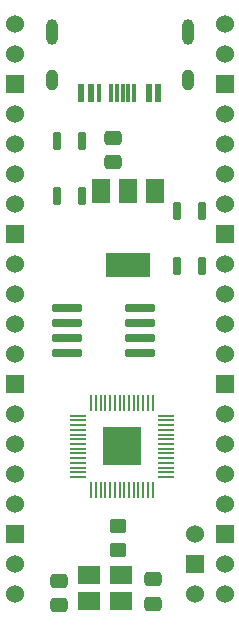
<source format=gts>
%TF.GenerationSoftware,KiCad,Pcbnew,(6.0.4)*%
%TF.CreationDate,2022-11-10T18:02:23+09:00*%
%TF.ProjectId,rp2040-test,72703230-3430-42d7-9465-73742e6b6963,rev?*%
%TF.SameCoordinates,Original*%
%TF.FileFunction,Soldermask,Top*%
%TF.FilePolarity,Negative*%
%FSLAX46Y46*%
G04 Gerber Fmt 4.6, Leading zero omitted, Abs format (unit mm)*
G04 Created by KiCad (PCBNEW (6.0.4)) date 2022-11-10 18:02:23*
%MOMM*%
%LPD*%
G01*
G04 APERTURE LIST*
G04 Aperture macros list*
%AMRoundRect*
0 Rectangle with rounded corners*
0 $1 Rounding radius*
0 $2 $3 $4 $5 $6 $7 $8 $9 X,Y pos of 4 corners*
0 Add a 4 corners polygon primitive as box body*
4,1,4,$2,$3,$4,$5,$6,$7,$8,$9,$2,$3,0*
0 Add four circle primitives for the rounded corners*
1,1,$1+$1,$2,$3*
1,1,$1+$1,$4,$5*
1,1,$1+$1,$6,$7*
1,1,$1+$1,$8,$9*
0 Add four rect primitives between the rounded corners*
20,1,$1+$1,$2,$3,$4,$5,0*
20,1,$1+$1,$4,$5,$6,$7,0*
20,1,$1+$1,$6,$7,$8,$9,0*
20,1,$1+$1,$8,$9,$2,$3,0*%
G04 Aperture macros list end*
%ADD10RoundRect,0.250000X-0.450000X0.350000X-0.450000X-0.350000X0.450000X-0.350000X0.450000X0.350000X0*%
%ADD11RoundRect,0.162500X0.162500X-0.612500X0.162500X0.612500X-0.162500X0.612500X-0.162500X-0.612500X0*%
%ADD12O,1.000000X2.200000*%
%ADD13O,1.000000X1.800000*%
%ADD14R,0.575000X1.650000*%
%ADD15R,0.300000X1.650000*%
%ADD16C,1.524000*%
%ADD17R,1.524000X1.524000*%
%ADD18R,1.350000X0.200000*%
%ADD19R,0.200000X1.350000*%
%ADD20R,3.200000X3.200000*%
%ADD21RoundRect,0.250000X-0.475000X0.337500X-0.475000X-0.337500X0.475000X-0.337500X0.475000X0.337500X0*%
%ADD22RoundRect,0.150000X-1.150000X-0.150000X1.150000X-0.150000X1.150000X0.150000X-1.150000X0.150000X0*%
%ADD23RoundRect,0.250000X0.475000X-0.337500X0.475000X0.337500X-0.475000X0.337500X-0.475000X-0.337500X0*%
%ADD24R,1.500000X2.000000*%
%ADD25R,3.800000X2.000000*%
%ADD26R,1.900000X1.650000*%
G04 APERTURE END LIST*
D10*
%TO.C,R6*%
X117950000Y-75550000D03*
X117950000Y-77550000D03*
%TD*%
D11*
%TO.C,SW2*%
X122925000Y-53550000D03*
X122925000Y-48900000D03*
X125075000Y-48900000D03*
X125075000Y-53550000D03*
%TD*%
D12*
%TO.C,J1*%
X112350000Y-33740000D03*
D13*
X112350000Y-37740000D03*
X123850000Y-37740000D03*
D12*
X123850000Y-33740000D03*
D14*
X115650000Y-38850000D03*
X120550000Y-38850000D03*
D15*
X118850000Y-38850000D03*
X117850000Y-38850000D03*
X118350000Y-38850000D03*
X117350000Y-38850000D03*
D14*
X121325000Y-38850000D03*
X114875000Y-38850000D03*
D15*
X119350000Y-38850000D03*
X116350000Y-38850000D03*
%TD*%
D11*
%TO.C,SW1*%
X112775000Y-47579000D03*
X112775000Y-42929000D03*
X114925000Y-47579000D03*
X114925000Y-42929000D03*
%TD*%
D16*
%TO.C,P3*%
X127000000Y-33020000D03*
X127000000Y-35560000D03*
D17*
X127000000Y-38100000D03*
D16*
X127000000Y-40640000D03*
X127000000Y-43180000D03*
X127000000Y-45720000D03*
X127000000Y-48260000D03*
D17*
X127000000Y-50800000D03*
D16*
X127000000Y-53340000D03*
X127000000Y-55880000D03*
X127000000Y-58420000D03*
X127000000Y-60960000D03*
D17*
X127000000Y-63500000D03*
D16*
X127000000Y-66040000D03*
X127000000Y-68580000D03*
X127000000Y-71120000D03*
X127000000Y-73660000D03*
D17*
X127000000Y-76200000D03*
D16*
X127000000Y-78740000D03*
X127000000Y-81280000D03*
%TD*%
D18*
%TO.C,U1*%
X114600000Y-66200000D03*
X114600000Y-66600000D03*
X114600000Y-67000000D03*
X114600000Y-67400000D03*
X114600000Y-67800000D03*
X114600000Y-68200000D03*
X114600000Y-68600000D03*
X114600000Y-69000000D03*
X114600000Y-69400000D03*
X114600000Y-69800000D03*
X114600000Y-70200000D03*
X114600000Y-70600000D03*
X114600000Y-71000000D03*
X114600000Y-71400000D03*
D19*
X115700000Y-72500000D03*
X116100000Y-72500000D03*
X116500000Y-72500000D03*
X116900000Y-72500000D03*
X117300000Y-72500000D03*
X117700000Y-72500000D03*
X118100000Y-72500000D03*
X118500000Y-72500000D03*
X118900000Y-72500000D03*
X119300000Y-72500000D03*
X119700000Y-72500000D03*
X120100000Y-72500000D03*
X120500000Y-72500000D03*
X120900000Y-72500000D03*
D18*
X122000000Y-71400000D03*
X122000000Y-71000000D03*
X122000000Y-70600000D03*
X122000000Y-70200000D03*
X122000000Y-69800000D03*
X122000000Y-69400000D03*
X122000000Y-69000000D03*
X122000000Y-68600000D03*
X122000000Y-68200000D03*
X122000000Y-67800000D03*
X122000000Y-67400000D03*
X122000000Y-67000000D03*
X122000000Y-66600000D03*
X122000000Y-66200000D03*
D19*
X120900000Y-65100000D03*
X120500000Y-65100000D03*
X120100000Y-65100000D03*
X119700000Y-65100000D03*
X119300000Y-65100000D03*
X118900000Y-65100000D03*
X118500000Y-65100000D03*
X118100000Y-65100000D03*
X117700000Y-65100000D03*
X117300000Y-65100000D03*
X116900000Y-65100000D03*
X116500000Y-65100000D03*
X116100000Y-65100000D03*
X115700000Y-65100000D03*
D20*
X118300000Y-68800000D03*
%TD*%
D21*
%TO.C,C11*%
X113000000Y-80162500D03*
X113000000Y-82237500D03*
%TD*%
D16*
%TO.C,J2*%
X124460000Y-81280000D03*
D17*
X124460000Y-78740000D03*
D16*
X124460000Y-76200000D03*
%TD*%
%TO.C,P2*%
X109220000Y-33020000D03*
X109220000Y-35560000D03*
D17*
X109220000Y-38100000D03*
D16*
X109220000Y-40640000D03*
X109220000Y-43180000D03*
X109220000Y-45720000D03*
X109220000Y-48260000D03*
D17*
X109220000Y-50800000D03*
D16*
X109220000Y-53340000D03*
X109220000Y-55880000D03*
X109220000Y-58420000D03*
X109220000Y-60960000D03*
D17*
X109220000Y-63500000D03*
D16*
X109220000Y-66040000D03*
X109220000Y-68580000D03*
X109220000Y-71120000D03*
X109220000Y-73660000D03*
D17*
X109220000Y-76200000D03*
D16*
X109220000Y-78740000D03*
X109220000Y-81280000D03*
%TD*%
D22*
%TO.C,U2*%
X113610000Y-57105000D03*
X113610000Y-58375000D03*
X113610000Y-59645000D03*
X113610000Y-60915000D03*
X119810000Y-60915000D03*
X119810000Y-59645000D03*
X119810000Y-58375000D03*
X119810000Y-57105000D03*
%TD*%
D23*
%TO.C,C12*%
X120900000Y-82137500D03*
X120900000Y-80062500D03*
%TD*%
%TO.C,C14*%
X117500000Y-44737500D03*
X117500000Y-42662500D03*
%TD*%
D24*
%TO.C,U3*%
X121100000Y-47150000D03*
X118800000Y-47150000D03*
D25*
X118800000Y-53450000D03*
D24*
X116500000Y-47150000D03*
%TD*%
D26*
%TO.C,Y1*%
X115550000Y-81875000D03*
X118250000Y-81875000D03*
X118250000Y-79725000D03*
X115550000Y-79725000D03*
%TD*%
M02*

</source>
